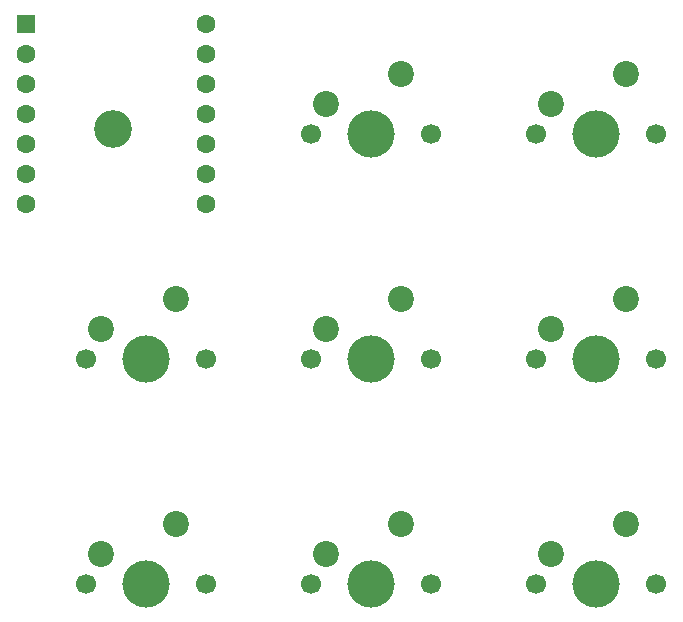
<source format=gbr>
%TF.GenerationSoftware,KiCad,Pcbnew,7.0.3*%
%TF.CreationDate,2023-06-20T13:58:59-06:00*%
%TF.ProjectId,macropad,6d616372-6f70-4616-942e-6b696361645f,rev?*%
%TF.SameCoordinates,Original*%
%TF.FileFunction,Soldermask,Top*%
%TF.FilePolarity,Negative*%
%FSLAX46Y46*%
G04 Gerber Fmt 4.6, Leading zero omitted, Abs format (unit mm)*
G04 Created by KiCad (PCBNEW 7.0.3) date 2023-06-20 13:58:59*
%MOMM*%
%LPD*%
G01*
G04 APERTURE LIST*
%ADD10C,4.000000*%
%ADD11C,1.700000*%
%ADD12C,2.200000*%
%ADD13C,3.200000*%
%ADD14R,1.600000X1.600000*%
%ADD15C,1.600000*%
G04 APERTURE END LIST*
D10*
%TO.C,SW4*%
X126543000Y-92380000D03*
D11*
X131623000Y-92380000D03*
X121463000Y-92380000D03*
D12*
X129083000Y-87300000D03*
X122733000Y-89840000D03*
%TD*%
D13*
%TO.C, *%
X123693000Y-72980000D03*
%TD*%
D11*
%TO.C,SW1*%
X131623000Y-111430000D03*
D10*
X126543000Y-111430000D03*
D11*
X121463000Y-111430000D03*
D12*
X129083000Y-106350000D03*
X122733000Y-108890000D03*
%TD*%
D11*
%TO.C,SW3*%
X169723000Y-111430000D03*
D10*
X164643000Y-111430000D03*
D11*
X159563000Y-111430000D03*
D12*
X167183000Y-106350000D03*
X160833000Y-108890000D03*
%TD*%
D11*
%TO.C,SW7*%
X150673000Y-73330000D03*
X140513000Y-73330000D03*
D10*
X145593000Y-73330000D03*
D12*
X148133000Y-68250000D03*
X141783000Y-70790000D03*
%TD*%
D10*
%TO.C,SW5*%
X145593000Y-92380000D03*
D11*
X150673000Y-92380000D03*
X140513000Y-92380000D03*
D12*
X148133000Y-87300000D03*
X141783000Y-89840000D03*
%TD*%
D14*
%TO.C,U1*%
X116321000Y-64038000D03*
D15*
X116321000Y-66578000D03*
X116321000Y-69118000D03*
X116321000Y-71658000D03*
X116321000Y-74198000D03*
X116321000Y-76738000D03*
X116321000Y-79278000D03*
X131561000Y-79278000D03*
X131561000Y-76738000D03*
X131561000Y-74198000D03*
X131561000Y-71658000D03*
X131561000Y-69118000D03*
X131561000Y-66578000D03*
X131561000Y-64038000D03*
%TD*%
D11*
%TO.C,SW6*%
X159563000Y-92380000D03*
D10*
X164643000Y-92380000D03*
D11*
X169723000Y-92380000D03*
D12*
X167183000Y-87300000D03*
X160833000Y-89840000D03*
%TD*%
D11*
%TO.C,SW8*%
X159563000Y-73330000D03*
D10*
X164643000Y-73330000D03*
D11*
X169723000Y-73330000D03*
D12*
X167183000Y-68250000D03*
X160833000Y-70790000D03*
%TD*%
D10*
%TO.C,SW2*%
X145593000Y-111430000D03*
D11*
X140513000Y-111430000D03*
X150673000Y-111430000D03*
D12*
X148133000Y-106350000D03*
X141783000Y-108890000D03*
%TD*%
M02*

</source>
